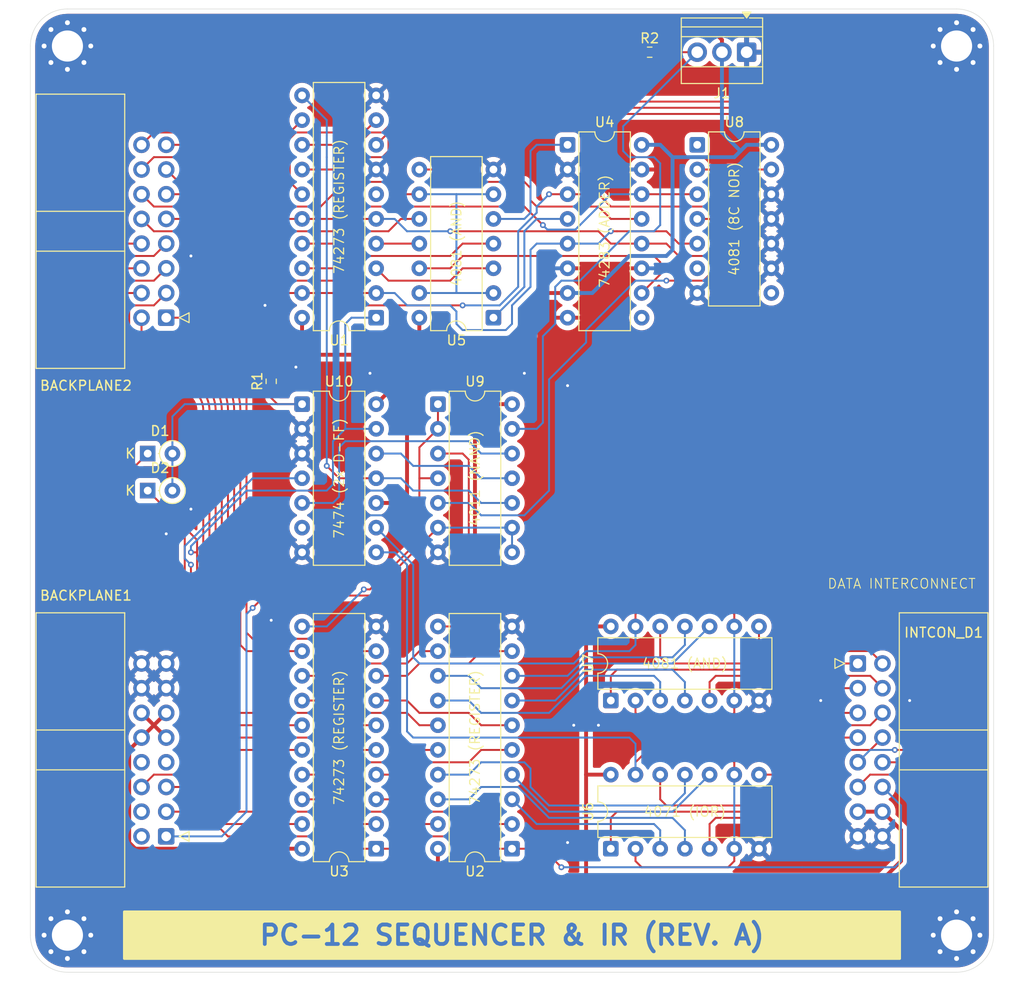
<source format=kicad_pcb>
(kicad_pcb (version 20241229) (generator "pcbnew") (generator_version "9.0")
  (title_block (title "Dual 8-Bit Register Unit") (date "2025-02-13") (rev "PC-01-A"))
  (layers (0 "F.Cu" signal) (2 "B.Cu" signal) (13 "F.Paste" user) (15 "B.Paste" user) (5 "F.SilkS" user "F.Silkscreen") (7 "B.SilkS" user "B.Silkscreen") (1 "F.Mask" user) (3 "B.Mask" user) (25 "Edge.Cuts" user))
  (net 0 "")
  (net 3 "/data3")
  (net 4 "GND")
  (net 5 "/data2")
  (net 6 "/data6")
  (net 7 "/data5")
  (net 8 "/data7")
  (net 9 "VCC")
  (net 10 "/data4")
  (net 11 "/data0")
  (net 12 "/data1")
  (net 13 "/~{enint}")
  (net 14 "/~{disint}")
  (net 15 "/cmd_4")
  (net 16 "/continue")
  (net 17 "/flag_z")
  (net 18 "/step_0")
  (net 19 "/step_3")
  (net 20 "/cmd_3")
  (net 21 "/step_2")
  (net 22 "/cmd_6")
  (net 23 "/cmd_7")
  (net 24 "/cmd_5")
  (net 25 "/flag_c")
  (net 26 "/flag_s")
  (net 27 "/cmd_0")
  (net 28 "/cmd_2")
  (net 29 "/step_1")
  (net 30 "/cmd_1")
  (net 31 "/F_{sign}")
  (net 32 "/F_{zero}")
  (net 33 "/F_{carry}")
  (net 34 "Net-(U1-D1)")
  (net 35 "Net-(U1-D0)")
  (net 36 "Net-(U2-Q3)")
  (net 37 "Net-(U2-Q0)")
  (net 38 "Net-(U2-Q5)")
  (net 39 "Net-(U2-Q6)")
  (net 40 "Net-(U2-Q2)")
  (net 41 "Net-(U2-Q4)")
  (net 42 "Net-(U2-Q1)")
  (net 43 "Net-(U4-S4)")
  (net 44 "Net-(U4-S1)")
  (net 45 "Net-(U4-S3)")
  (net 46 "Net-(U4-S2)")
  (net 48 "~{reset}")
  (net 49 "~{clock}")
  (net 50 "clock")
  (net 51 "Net-(D1-A)")
  (net 52 "Net-(U2-D3)")
  (net 53 "Net-(U2-D2)")
  (net 54 "Net-(U2-D1)")
  (net 55 "Net-(U2-D0)")
  (net 56 "Net-(U2-D5)")
  (net 57 "Net-(U2-D4)")
  (net 58 "/interrupt_unit/fetch")
  (net 59 "/interrupt_unit/~{fetch}")
  (net 60 "/interrupt_unit/interrupt")
  (net 61 "/interrupt_unit/~{interrupt}")
  (net 65 "/interrupt_unit/load_step")
  (net 67 "/interrupt_unit/~{interrupt_request}")
  (net 68 "Net-(U10B-D)")
  (net 69 "/interrupt_unit/interrupt_allowed")
  (net 71 "Net-(U2-D6)")
  (net 72 "Net-(U2-D7)")
  (net 73 "Net-(U2-Q7)")
  (net 75 "Net-(U1-D7)")
  (net 76 "Net-(U1-D6)")
  (footprint "Package_DIP:DIP-14_W7.62mm" (layer "F.Cu") (at 109.22 36.83)
    (property "Reference" "U8")
    (property "Value" "4078")
  )
  (footprint "Resistor_SMD:R_0603_1608Metric" (layer "F.Cu") (at 104.33 27.305)
    (property "Reference" "R2")
    (property "Value" "R")
  )
  (footprint "Connector_IDC:IDC-Header_2x08_P2.54mm_Horizontal" (layer "F.Cu") (at 54.61 54.61 180)
    (property "Reference" "BACKPLANE2")
    (property "Value" "Conn_01x16")
  )
  (footprint "Diode_THT:D_DO-35_SOD27_P2.54mm_Vertical_KathodeUp" (layer "F.Cu") (at 52.705 72.39)
    (property "Reference" "D2")
    (property "Value" "D")
  )
  (footprint "MountingHole:MountingHole_3.2mm_M3_Pad_Via" (layer "F.Cu") (at 135.89 118.11)
    (property "Reference" "H3" (hide yes))
    (property "Value" "MountingHole_Pad")
  )
  (footprint "TerminalBlock:TerminalBlock_Xinya_XY308-2.54-3P_1x03_P2.54mm_Horizontal" (layer "F.Cu") (at 114.3 27.305 180)
    (property "Reference" "J1")
    (property "Value" "Screw_Terminal_01x03")
  )
  (footprint "Package_DIP:DIP-14_W7.62mm" (layer "F.Cu") (at 100.33 93.98 90)
    (property "Reference" "U7")
    (property "Value" "4081")
  )
  (footprint "Package_DIP:DIP-14_W7.62mm" (layer "F.Cu") (at 88.26 54.61 180)
    (property "Reference" "U5")
    (property "Value" "4081")
  )
  (footprint "Package_DIP:DIP-16_W7.62mm" (layer "F.Cu") (at 95.885 36.83)
    (property "Reference" "U4")
    (property "Value" "74LS283")
  )
  (footprint "Connector_IDC:IDC-Header_2x08_P2.54mm_Horizontal" (layer "F.Cu") (at 54.61 107.95 180)
    (property "Reference" "BACKPLANE1")
    (property "Value" "Conn_01x16")
  )
  (footprint "Package_DIP:DIP-14_W7.62mm" (layer "F.Cu") (at 82.555 63.5)
    (property "Reference" "U9")
    (property "Value" "4011")
  )
  (footprint "Package_DIP:DIP-14_W7.62mm" (layer "F.Cu") (at 100.33 109.22 90)
    (property "Reference" "U6")
    (property "Value" "4071")
  )
  (footprint "Package_DIP:DIP-20_W7.62mm" (layer "F.Cu") (at 76.2 54.61 180)
    (property "Reference" "U1")
    (property "Value" "74HC273")
  )
  (footprint "Diode_THT:D_DO-35_SOD27_P2.54mm_Vertical_KathodeUp" (layer "F.Cu") (at 52.705 68.58)
    (property "Reference" "D1")
    (property "Value" "D")
  )
  (footprint "MountingHole:MountingHole_3.2mm_M3_Pad_Via" (layer "F.Cu") (at 44.45 26.67)
    (property "Reference" "H1" (hide yes))
    (property "Value" "MountingHole_Pad")
  )
  (footprint "Resistor_SMD:R_0603_1608Metric" (layer "F.Cu") (at 65.405 61.15 90)
    (property "Reference" "R1")
    (property "Value" "R")
  )
  (footprint "Connector_IDC:IDC-Header_2x08_P2.54mm_Horizontal" (layer "F.Cu") (at 125.73 90.17)
    (property "Reference" "INTCON_D1")
    (property "Value" "Conn_01x16")
  )
  (footprint "MountingHole:MountingHole_3.2mm_M3_Pad_Via" (layer "F.Cu") (at 135.89 26.67)
    (property "Reference" "H2" (hide yes))
    (property "Value" "MountingHole_Pad")
  )
  (footprint "MountingHole:MountingHole_3.2mm_M3_Pad_Via" (layer "F.Cu") (at 44.45 118.11)
    (property "Reference" "H4" (hide yes))
    (property "Value" "MountingHole_Pad")
  )
  (footprint "Package_DIP:DIP-14_W7.62mm" (layer "F.Cu") (at 68.58 63.5)
    (property "Reference" "U10")
    (property "Value" "74HC74")
  )
  (footprint "Package_DIP:DIP-20_W7.62mm" (layer "F.Cu") (at 76.2 109.22 180)
    (property "Reference" "U3")
    (property "Value" "74HC273")
  )
  (footprint "Package_DIP:DIP-20_W7.62mm" (layer "F.Cu") (at 90.17 109.22 180)
    (property "Reference" "U2")
    (property "Value" "74HC273")
  )
  (gr_arc (start 123.825 33.02) (mid 130.111179 35.623821) (end 132.715 41.91) (stroke (width 0.2)) (layer "F.Cu") (net 32))
  (gr_arc (start 132.08 97.79) (mid 131.708026 98.688026) (end 130.81 99.06) (stroke (width 0.2)) (layer "F.Cu") (net 33))
  (gr_arc (start 133.35 97.79) (mid 132.234077 100.484077) (end 129.54 101.6) (stroke (width 0.2)) (layer "F.Cu") (net 31))
  (gr_arc (start 52.705 60.325) (mid 50.010923 59.209077) (end 48.895 56.515) (stroke (width 0.2)) (layer "F.Cu") (net 24))
  (gr_arc (start 50.165 52.705) (mid 50.350987 52.255987) (end 50.8 52.07) (stroke (width 0.2)) (layer "F.Cu") (net 20))
  (gr_arc (start 52.705 59.055) (mid 50.908949 58.311051) (end 50.165 56.515) (stroke (width 0.2)) (layer "F.Cu") (net 20))
  (gr_arc (start 49.53 52.07) (mid 49.901974 51.171974) (end 50.8 50.8) (stroke (width 0.2)) (layer "F.Cu") (net 15))
  (gr_arc (start 52.705 61.595) (mid 49.112898 60.107102) (end 47.625 56.515) (stroke (width 0.2)) (layer "F.Cu") (net 23))
  (gr_arc (start 48.26 50.8) (mid 49.003949 49.003949) (end 50.8 48.26) (stroke (width 0.2)) (layer "F.Cu") (net 22))
  (gr_arc (start 56.515 54.61) (mid 61.005128 56.469872) (end 62.865 60.96) (stroke (width 0.2)) (layer "F.Cu") (net 27))
  (gr_arc (start 55.88 60.325) (mid 58.574077 61.440923) (end 59.69 64.135) (stroke (width 0.2)) (layer "F.Cu") (net 24))
  (gr_arc (start 53.34 57.785) (mid 52.441974 57.413026) (end 52.07 56.515) (stroke (width 0.2)) (layer "F.Cu") (net 30))
  (gr_arc (start 55.88 59.055) (mid 59.472102 60.542898) (end 60.96 64.135) (stroke (width 0.2)) (layer "F.Cu") (net 20))
  (gr_arc (start 132.715 97.79) (mid 131.971051 99.586051) (end 130.175 100.33) (stroke (width 0.2)) (layer "F.Cu") (net 32))
  (gr_arc (start 55.88 59.69) (mid 59.02309 60.99191) (end 60.325 64.135) (stroke (width 0.2)) (layer "F.Cu") (net 15))
  (gr_arc (start 48.895 51.435) (mid 49.452962 50.087962) (end 50.8 49.53) (stroke (width 0.2)) (layer "F.Cu") (net 24))
  (gr_arc (start 123.825 33.655) (mid 129.662166 36.072834) (end 132.08 41.91) (stroke (width 0.2)) (layer "F.Cu") (net 33))
  (gr_arc (start 55.88 57.785) (mid 60.370128 59.644872) (end 62.23 64.135) (stroke (width 0.2)) (layer "F.Cu") (net 30))
  (gr_arc (start 52.705 59.69) (mid 50.459936 58.760064) (end 49.53 56.515) (stroke (width 0.2)) (layer "F.Cu") (net 15))
  (gr_arc (start 55.88 61.595) (mid 57.676051 62.338949) (end 58.42 64.135) (stroke (width 0.2)) (layer "F.Cu") (net 23))
  (gr_arc (start 55.88 58.42) (mid 59.921115 60.093885) (end 61.595 64.135) (stroke (width 0.2)) (layer "F.Cu") (net 28))
  (gr_arc (start 50.8 53.975) (mid 50.985987 53.525987) (end 51.435 53.34) (stroke (width 0.2)) (layer "F.Cu") (net 28))
  (gr_arc (start 123.825 32.385) (mid 130.560192 35.174808) (end 133.35 41.91) (stroke (width 0.2)) (layer "F.Cu") (net 31))
  (gr_arc (start 52.705 58.42) (mid 51.357962 57.862038) (end 50.8 56.515) (stroke (width 0.2)) (layer "F.Cu") (net 28))
  (gr_arc (start 52.705 60.96) (mid 49.56191 59.65809) (end 48.26 56.515) (stroke (width 0.2)) (layer "F.Cu") (net 22))
  (gr_arc (start 47.625 50.165) (mid 48.554936 47.919936) (end 50.8 46.99) (stroke (width 0.2)) (layer "F.Cu") (net 23))
  (gr_arc (start 55.88 60.96) (mid 58.125064 61.889936) (end 59.055 64.135) (stroke (width 0.2)) (layer "F.Cu") (net 22))
  (gr_line (start 139.7 26.67) (end 139.7 118.11) (stroke (width 0.05)) (layer "Edge.Cuts"))
  (gr_arc (start 135.89 22.86) (mid 138.584077 23.975923) (end 139.7 26.67) (stroke (width 0.05)) (layer "Edge.Cuts"))
  (gr_line (start 40.64 118.11) (end 40.64 26.67) (stroke (width 0.05)) (layer "Edge.Cuts"))
  (gr_line (start 44.45 22.86) (end 135.89 22.86) (stroke (width 0.05)) (layer "Edge.Cuts"))
  (gr_line (start 135.89 121.92) (end 44.45 121.92) (stroke (width 0.05)) (layer "Edge.Cuts"))
  (gr_arc (start 44.45 121.92) (mid 41.755923 120.804077) (end 40.64 118.11) (stroke (width 0.05)) (layer "Edge.Cuts"))
  (gr_arc (start 139.7 118.11) (mid 138.584077 120.804077) (end 135.89 121.92) (stroke (width 0.05)) (layer "Edge.Cuts"))
  (gr_arc (start 40.64 26.67) (mid 41.755923 23.975923) (end 44.45 22.86) (stroke (width 0.05)) (layer "Edge.Cuts"))
  (gr_text "74273 (REGISTER)" (at 86.36 97.79 90) (layer "F.SilkS") (effects (font (size 1 1) (thickness 0.125))))
  (gr_text "4011 (NAND)" (at 86.36 71.12 90) (layer "F.SilkS") (effects (font (size 1 1) (thickness 0.125))))
  (gr_text "4081 (AND)" (at 84.455 46.99 90) (layer "F.SilkS") (effects (font (size 1 1) (thickness 0.125))))
  (gr_text "DATA INTERCONNECT" (at 122.555 82.55 0) (layer "F.SilkS") (effects (font (size 1 1) (thickness 0.1)) (justify left bottom)))
  (gr_text "7474 (2x D-FF)" (at 72.39 71.12 90) (layer "F.SilkS") (effects (font (size 1 1) (thickness 0.125))))
  (gr_text "4071 (IOR)" (at 107.95 105.41 0) (layer "F.SilkS") (effects (font (size 1 1) (thickness 0.125))))
  (gr_text "74283 (ADDER)" (at 99.695 45.72 90) (layer "F.SilkS") (effects (font (size 1 1) (thickness 0.125))))
  (gr_text "4081 (8C NOR)" (at 113.03 44.45 90) (layer "F.SilkS") (effects (font (size 1 1) (thickness 0.125))))
  (gr_text "74273 (REGISTER)" (at 72.39 97.79 90) (layer "F.SilkS") (effects (font (size 1 1) (thickness 0.125))))
  (gr_text "74273 (REGISTER)" (at 72.39 43.18 90) (layer "F.SilkS") (effects (font (size 1 1) (thickness 0.125))))
  (gr_text "4081 (AND)" (at 107.95 90.17 0) (layer "F.SilkS") (effects (font (size 1 1) (thickness 0.125))))
  (gr_text "PC-12 SEQUENCER & IR (REV. A)" (at 90.17 118.11 0) (layer "F.SilkS" knockout) (effects (font (size 2 2) (thickness 0.4) (bold yes))))
  (segment (start 124.46 91.44) (end 123.825 90.805) (width 0.2) (layer "F.Cu") (net 3))
  (segment (start 100.965 90.805) (end 100.33 91.44) (width 0.2) (layer "F.Cu") (net 3))
  (segment (start 123.825 90.805) (end 100.965 90.805) (width 0.2) (layer "F.Cu") (net 3))
  (segment (start 128.2875 92.71) (end 127.0175 91.44) (width 0.2) (layer "F.Cu") (net 3))
  (segment (start 127.0175 91.44) (end 124.46 91.44) (width 0.2) (layer "F.Cu") (net 3))
  (segment (start 100.33 91.44) (end 100.33 93.98) (width 0.2) (layer "F.Cu") (net 3))
  (segment (start 95.885 54.61) (end 93.345 54.61) (width 0.4) (layer "F.Cu") (net 4))
  (segment (start 103.505 39.37) (end 106.045 39.37) (width 0.4) (layer "F.Cu") (net 4))
  (segment (start 95.885 54.61) (end 97.79 54.61) (width 0.4) (layer "F.Cu") (net 4))
  (segment (start 106.045 39.37) (end 100.965 39.37) (width 0.4) (layer "F.Cu") (net 4))
  (segment (start 103.505 49.53) (end 95.885 49.53) (width 0.4) (layer "F.Cu") (net 4))
  (via (at 75.565 60.325) (size 0.6) (drill 0.3) (layers "F.Cu" "B.Cu") (net 4))
  (via (at 57.15 74.295) (size 0.6) (drill 0.3) (layers "F.Cu" "B.Cu") (net 4))
  (via (at 67.945 59.69) (size 0.6) (drill 0.3) (layers "F.Cu" "B.Cu") (net 4))
  (via (at 121.92 93.98) (size 0.6) (drill 0.3) (layers "F.Cu" "B.Cu") (net 4))
  (via (at 54.61 76.835) (size 0.6) (drill 0.3) (layers "F.Cu" "B.Cu") (net 4))
  (via (at 95.885 108.585) (size 0.6) (drill 0.3) (layers "F.Cu" "B.Cu") (net 4))
  (via (at 95.885 61.595) (size 0.6) (drill 0.3) (layers "F.Cu" "B.Cu") (net 4))
  (via (at 64.77 53.34) (size 0.6) (drill 0.3) (layers "F.Cu" "B.Cu") (net 4))
  (via (at 96.52 96.52) (size 0.6) (drill 0.3) (layers "F.Cu" "B.Cu") (net 4))
  (via (at 91.44 60.325) (size 0.6) (drill 0.3) (layers "F.Cu" "B.Cu") (net 4))
  (via (at 131.064 93.98) (size 0.6) (drill 0.3) (layers "F.Cu" "B.Cu") (net 4))
  (via (at 57.15 48.26) (size 0.6) (drill 0.3) (layers "F.Cu" "B.Cu") (net 4))
  (via (at 65.405 85.725) (size 0.6) (drill 0.3) (layers "F.Cu" "B.Cu") (net 4))
  (via (at 99.06 96.52) (size 0.6) (drill 0.3) (layers "F.Cu" "B.Cu") (net 4))
  (segment (start 95.885 49.53) (end 93.345 49.53) (width 0.4) (layer "B.Cu") (net 4))
  (segment (start 103.505 39.37) (end 100.965 39.37) (width 0.4) (layer "B.Cu") (net 4))
  (segment (start 103.505 49.53) (end 106.045 49.53) (width 0.4) (layer "B.Cu") (net 4))
  (segment (start 77.47 72.39) (end 73.66 72.39) (width 0.2) (layer "B.Cu") (net 4))
  (segment (start 74.295 74.93) (end 78.105 74.93) (width 0.2) (layer "B.Cu") (net 4))
  (segment (start 122.555 91.44) (end 111.125 91.44) (width 0.2) (layer "F.Cu") (net 5))
  (segment (start 125.7475 92.71) (end 123.825 92.71) (width 0.2) (layer "F.Cu") (net 5))
  (segment (start 110.49 92.075) (end 110.49 93.98) (width 0.2) (layer "F.Cu") (net 5))
  (segment (start 111.125 91.44) (end 110.49 92.075) (width 0.2) (layer "F.Cu") (net 5))
  (segment (start 123.825 92.71) (end 122.555 91.44) (width 0.2) (layer "F.Cu") (net 5))
  (segment (start 118.11 105.41) (end 100.965 105.41) (width 0.2) (layer "F.Cu") (net 6))
  (segment (start 119.38 100.965) (end 119.38 104.14) (width 0.2) (layer "F.Cu") (net 6))
  (segment (start 100.965 105.41) (end 100.33 106.045) (width 0.2) (layer "F.Cu") (net 6))
  (segment (start 125.7475 97.79) (end 122.555 97.79) (width 0.2) (layer "F.Cu") (net 6))
  (segment (start 100.33 106.045) (end 100.33 109.22) (width 0.2) (layer "F.Cu") (net 6))
  (segment (start 122.555 97.79) (end 119.38 100.965) (width 0.2) (layer "F.Cu") (net 6))
  (segment (start 119.38 104.14) (end 118.11 105.41) (width 0.2) (layer "F.Cu") (net 6))
  (segment (start 123.19 96.52) (end 118.745 100.965) (width 0.2) (layer "F.Cu") (net 7))
  (segment (start 127.0175 96.52) (end 123.19 96.52) (width 0.2) (layer "F.Cu") (net 7))
  (segment (start 105.41 104.14) (end 105.41 101.6) (width 0.2) (layer "F.Cu") (net 7))
  (segment (start 118.745 104.14) (end 118.11 104.775) (width 0.2) (layer "F.Cu") (net 7))
  (segment (start 106.045 104.775) (end 105.41 104.14) (width 0.2) (layer "F.Cu") (net 7))
  (segment (start 118.745 100.965) (end 118.745 104.14) (width 0.2) (layer "F.Cu") (net 7))
  (segment (start 118.11 104.775) (end 106.045 104.775) (width 0.2) (layer "F.Cu") (net 7))
  (segment (start 128.2875 95.25) (end 127.0175 96.52) (width 0.2) (layer "F.Cu") (net 7))
  (segment (start 120.015 100.965) (end 120.015 104.14) (width 0.2) (layer "F.Cu") (net 8))
  (segment (start 111.125 106.045) (end 110.49 106.68) (width 0.2) (layer "F.Cu") (net 8))
  (segment (start 121.92 99.06) (end 120.015 100.965) (width 0.2) (layer "F.Cu") (net 8))
  (segment (start 128.2875 97.79) (end 127.0175 99.06) (width 0.2) (layer "F.Cu") (net 8))
  (segment (start 110.49 106.68) (end 110.49 109.22) (width 0.2) (layer "F.Cu") (net 8))
  (segment (start 127.0175 99.06) (end 121.92 99.06) (width 0.2) (layer "F.Cu") (net 8))
  (segment (start 118.11 106.045) (end 111.125 106.045) (width 0.2) (layer "F.Cu") (net 8))
  (segment (start 120.015 104.14) (end 118.11 106.045) (width 0.2) (layer "F.Cu") (net 8))
  (segment (start 86.36 59.055) (end 80.64 59.055) (width 0.4) (layer "F.Cu") (net 9))
  (segment (start 54.61 95.25) (end 53.34 96.52) (width 0.4) (layer "F.Cu") (net 9))
  (segment (start 68.58 109.22) (end 66.04 109.22) (width 0.4) (layer "F.Cu") (net 9))
  (segment (start 100.33 86.36) (end 97.79 86.36) (width 0.4) (layer "F.Cu") (net 9))
  (segment (start 86.36 63.5) (end 86.36 59.055) (width 0.4) (layer "F.Cu") (net 9))
  (segment (start 130.175 110.49) (end 130.175 107.2975) (width 0.4) (layer "F.Cu") (net 9))
  (segment (start 50.8 99.06) (end 50.8 108.585) (width 0.4) (layer "F.Cu") (net 9))
  (segment (start 65.0875 110.1725) (end 64.135 109.22) (width 0.4) (layer "F.Cu") (net 9))
  (segment (start 86.36 79.375) (end 86.36 63.5) (width 0.4) (layer "F.Cu") (net 9))
  (segment (start 111.125 25.4) (end 104.14 25.4) (width 0.4) (layer "F.Cu") (net 9))
  (segment (start 68.58 112.395) (end 67.31 112.395) (width 0.4) (layer "F.Cu") (net 9))
  (segment (start 103.505 26.035) (end 104.14 25.4) (width 0.4) (layer "F.Cu") (net 9))
  (segment (start 79.0575 60.6425) (end 77.7875 61.9125) (width 0.4) (layer "F.Cu") (net 9))
  (segment (start 93.345 52.07) (end 92.075 53.34) (width 0.4) (layer "F.Cu") (net 9))
  (segment (start 53.34 96.52) (end 52.07 97.79) (width 0.4) (layer "F.Cu") (net 9))
  (segment (start 68.58 54.61) (end 68.58 57.15) (width 0.4) (layer "F.Cu") (net 9))
  (segment (start 97.79 86.36) (end 97.79 101.6) (width 0.4) (layer "F.Cu") (net 9))
  (segment (start 128.2875 105.41) (end 125.7475 105.41) (width 0.4) (layer "F.Cu") (net 9))
  (segment (start 97.79 112.395) (end 128.27 112.395) (width 0.4) (layer "F.Cu") (net 9))
  (segment (start 95.25 80.645) (end 97.79 83.185) (width 0.4) (layer "F.Cu") (net 9))
  (segment (start 130.175 107.2975) (end 128.2875 105.41) (width 0.4) (layer "F.Cu") (net 9))
  (segment (start 82.55 112.395) (end 68.58 112.395) (width 0.4) (layer "F.Cu") (net 9))
  (segment (start 80.64 59.06) (end 79.0575 60.6425) (width 0.4) (layer "F.Cu") (net 9))
  (segment (start 87.63 80.645) (end 95.25 80.645) (width 0.4) (layer "F.Cu") (net 9))
  (segment (start 64.135 109.22) (end 51.435 109.22) (width 0.4) (layer "F.Cu") (net 9))
  (segment (start 78.74 73.66) (end 79.375 73.025) (width 0.4) (layer "F.Cu") (net 9))
  (segment (start 97.79 86.36) (end 97.79 83.185) (width 0.4) (layer "F.Cu") (net 9))
  (segment (start 87.63 80.645) (end 86.36 79.375) (width 0.4) (layer "F.Cu") (net 9))
  (segment (start 77.7875 61.9125) (end 76.2 63.5) (width 0.4) (layer "F.Cu") (net 9))
  (segment (start 66.04 57.15) (end 65.405 57.785) (width 0.4) (layer "F.Cu") (net 9))
  (segment (start 82.55 112.395) (end 97.79 112.395) (width 0.4) (layer "F.Cu") (net 9))
  (segment (start 52.07 95.25) (end 53.34 96.52) (width 0.4) (layer "F.Cu") (net 9))
  (segment (start 97.79 101.6) (end 100.33 101.6) (width 0.4) (layer "F.Cu") (net 9))
  (segment (start 79.375 73.025) (end 79.375 63.5) (width 0.4) (layer "F.Cu") (net 9))
  (segment (start 92.075 56.515) (end 89.535 59.055) (width 0.4) (layer "F.Cu") (net 9))
  (segment (start 50.8 108.585) (end 51.435 109.22) (width 0.4) (layer "F.Cu") (net 9))
  (segment (start 65.405 57.785) (end 65.405 60.325) (width 0.4) (layer "F.Cu") (net 9))
  (segment (start 79.375 63.5) (end 77.7875 61.9125) (width 0.4) (layer "F.Cu") (net 9))
  (segment (start 111.76 27.305) (end 111.76 26.035) (width 0.4) (layer "F.Cu") (net 9))
  (segment (start 128.27 112.395) (end 130.175 110.49) (width 0.4) (layer "F.Cu") (net 9))
  (segment (start 97.79 112.395) (end 97.79 101.6) (width 0.4) (layer "F.Cu") (net 9))
  (segment (start 92.075 53.34) (end 92.075 56.515) (width 0.4) (layer "F.Cu") (net 9))
  (segment (start 76.2 73.66) (end 78.74 73.66) (width 0.4) (layer "F.Cu") (net 9))
  (segment (start 80.64 59.055) (end 80.64 59.06) (width 0.4) (layer "F.Cu") (net 9))
  (segment (start 90.175 63.5) (end 86.36 63.5) (width 0.4) (layer "F.Cu") (net 9))
  (segment (start 69.85 58.42) (end 76.835 58.42) (width 0.4) (layer "F.Cu") (net 9))
  (segment (start 80.64 54.61) (end 80.64 59.055) (width 0.4) (layer "F.Cu") (net 9))
  (segment (start 53.34 96.52) (end 54.61 97.79) (width 0.4) (layer "F.Cu") (net 9))
  (segment (start 82.55 109.22) (end 82.55 112.395) (width 0.4) (layer "F.Cu") (net 9))
  (segment (start 95.885 52.07) (end 93.345 52.07) (width 0.4) (layer "F.Cu") (net 9))
  (segment (start 68.58 57.15) (end 69.85 58.42) (width 0.4) (layer "F.Cu") (net 9))
  (segment (start 68.58 57.15) (end 66.04 57.15) (width 0.4) (layer "F.Cu") (net 9))
  (segment (start 103.505 26.035) (end 103.505 27.305) (width 0.4) (layer "F.Cu") (net 9))
  (segment (start 67.31 112.395) (end 65.0875 110.1725) (width 0.4) (layer "F.Cu") (net 9))
  (segment (start 89.535 59.055) (end 86.36 59.055) (width 0.4) (layer "F.Cu") (net 9))
  (segment (start 52.07 97.79) (end 50.8 99.06) (width 0.4) (layer "F.Cu") (net 9))
  (segment (start 66.04 109.22) (end 65.0875 110.1725) (width 0.4) (layer "F.Cu") (net 9))
  (segment (start 111.76 26.035) (end 111.125 25.4) (width 0.4) (layer "F.Cu") (net 9))
  (segment (start 76.835 58.42) (end 79.0575 60.6425) (width 0.4) (layer "F.Cu") (net 9))
  (segment (start 98.425 52.07) (end 95.885 52.07) (width 0.4) (layer "B.Cu") (net 9))
  (segment (start 114.3 36.83) (end 116.84 36.83) (width 0.4) (layer "B.Cu") (net 9))
  (segment (start 113.03 38.1) (end 113.665 37.465) (width 0.4) (layer "B.Cu") (net 9))
  (segment (start 102.235 48.26) (end 98.425 52.07) (width 0.4) (layer "B.Cu") (net 9))
  (segment (start 106.68 38.1) (end 106.68 47.625) (width 0.4) (layer "B.Cu") (net 9))
  (segment (start 106.68 38.1) (end 113.03 38.1) (width 0.4) (layer "B.Cu") (net 9))
  (segment (start 103.505 36.83) (end 105.41 36.83) (width 0.4) (layer "B.Cu") (net 9))
  (segment (start 111.76 27.305) (end 111.76 35.56) (width 0.4) (layer "B.Cu") (net 9))
  (segment (start 113.665 37.465) (end 114.3 36.83) (width 0.4) (layer "B.Cu") (net 9))
  (segment (start 106.045 48.26) (end 102.235 48.26) (width 0.4) (layer "B.Cu") (net 9))
  (segment (start 105.41 36.83) (end 106.68 38.1) (width 0.4) (layer "B.Cu") (net 9))
  (segment (start 106.68 47.625) (end 106.045 48.26) (width 0.4) (layer "B.Cu") (net 9))
  (segment (start 111.76 35.56) (end 113.665 37.465) (width 0.4) (layer "B.Cu") (net 9))
  (segment (start 125.7475 95.25) (end 123.825 95.25) (width 0.2) (layer "F.Cu") (net 10))
  (segment (start 117.475 101.6) (end 115.57 101.6) (width 0.2) (layer "F.Cu") (net 10))
  (segment (start 123.825 95.25) (end 117.475 101.6) (width 0.2) (layer "F.Cu") (net 10))
  (segment (start 125.7475 90.17) (end 106.045 90.17) (width 0.2) (layer "F.Cu") (net 11))
  (segment (start 106.045 90.17) (end 105.41 89.535) (width 0.2) (layer "F.Cu") (net 11))
  (segment (start 105.41 89.535) (end 105.41 86.36) (width 0.2) (layer "F.Cu") (net 11))
  (segment (start 127.00875 88.89125) (end 128.2875 90.17) (width 0.2) (layer "F.Cu") (net 12))
  (segment (start 123.825 89.535) (end 124.46875 88.89125) (width 0.2) (layer "F.Cu") (net 12))
  (segment (start 115.57 88.9) (end 116.205 89.535) (width 0.2) (layer "F.Cu") (net 12))
  (segment (start 124.46875 88.89125) (end 127.00875 88.89125) (width 0.2) (layer "F.Cu") (net 12))
  (segment (start 116.205 89.535) (end 123.825 89.535) (width 0.2) (layer "F.Cu") (net 12))
  (segment (start 115.57 86.36) (end 115.57 88.9) (width 0.2) (layer "F.Cu") (net 12))
  (segment (start 56.515 102.87) (end 54.61 102.87) (width 0.2) (layer "F.Cu") (net 13))
  (segment (start 57.15 102.235) (end 56.515 102.87) (width 0.2) (layer "F.Cu") (net 13))
  (segment (start 57.15 80.01) (end 57.15 102.235) (width 0.2) (layer "F.Cu") (net 13))
  (via (at 57.15 80.01) (size 0.6) (drill 0.3) (layers "F.Cu" "B.Cu") (net 13))
  (segment (start 56.515 79.375) (end 56.515 78.105) (width 0.2) (layer "B.Cu") (net 13))
  (segment (start 56.515 78.105) (end 63.5 71.12) (width 0.2) (layer "B.Cu") (net 13))
  (segment (start 63.5 71.12) (end 68.58 71.12) (width 0.2) (layer "B.Cu") (net 13))
  (segment (start 57.15 80.01) (end 56.515 79.375) (width 0.2) (layer "B.Cu") (net 13))
  (segment (start 50.8 73.025) (end 52.705 74.93) (width 0.2) (layer "F.Cu") (net 14))
  (segment (start 52.705 74.93) (end 54.61 74.93) (width 0.2) (layer "F.Cu") (net 14))
  (segment (start 53.34 101.6) (end 52.07 102.87) (width 0.2) (layer "F.Cu") (net 14))
  (segment (start 52.705 68.58) (end 50.8 70.485) (width 0.2) (layer "F.Cu") (net 14))
  (segment (start 50.8 70.485) (end 50.8 73.025) (width 0.2) (layer "F.Cu") (net 14))
  (segment (start 54.61 74.93) (end 56.515 76.835) (width 0.2) (layer "F.Cu") (net 14))
  (segment (start 56.515 76.835) (end 56.515 100.965) (width 0.2) (layer "F.Cu") (net 14))
  (segment (start 56.515 100.965) (end 55.88 101.6) (width 0.2) (layer "F.Cu") (net 14))
  (segment (start 55.88 101.6) (end 53.34 101.6) (width 0.2) (layer "F.Cu") (net 14))
  (segment (start 53.34 50.8) (end 54.61 49.53) (width 0.2) (layer "F.Cu") (net 15))
  (segment (start 76.2 99.06) (end 73.025 99.06) (width 0.2) (layer "F.Cu") (net 15))
  (segment (start 50.8 50.8) (end 53.34 50.8) (width 0.2) (layer "F.Cu") (net 15))
  (segment (start 60.325 97.155) (end 60.325 64.135) (width 0.2) (layer "F.Cu") (net 15))
  (segment (start 73.025 99.06) (end 71.755 97.79) (width 0.2) (layer "F.Cu") (net 15))
  (segment (start 55.88 59.69) (end 52.705 59.69) (width 0.2) (layer "F.Cu") (net 15))
  (segment (start 49.53 56.515) (end 49.53 52.07) (width 0.2) (layer "F.Cu") (net 15))
  (segment (start 60.96 97.79) (end 60.325 97.155) (width 0.2) (layer "F.Cu") (net 15))
  (segment (start 71.755 97.79) (end 60.96 97.79) (width 0.2) (layer "F.Cu") (net 15))
  (segment (start 78.74 41.91) (end 77.47 40.64) (width 0.2) (layer "F.Cu") (net 16))
  (segment (start 58.42 43.18) (end 54.61 39.37) (width 0.2) (layer "F.Cu") (net 16))
  (segment (start 70.485 43.18) (end 58.42 43.18) (width 0.2) (layer "F.Cu") (net 16))
  (segment (start 80.64 41.91) (end 78.74 41.91) (width 0.2) (layer "F.Cu") (net 16))
  (segment (start 73.025 40.64) (end 70.485 43.18) (width 0.2) (layer "F.Cu") (net 16))
  (segment (start 77.47 40.64) (end 73.025 40.64) (width 0.2) (layer "F.Cu") (net 16))
  (segment (start 88.26 52.07) (end 84.455 52.07) (width 0.2) (layer "B.Cu") (net 16))
  (segment (start 84.455 52.07) (end 80.64 52.07) (width 0.2) (layer "B.Cu") (net 16))
  (segment (start 84.455 41.91) (end 84.455 52.07) (width 0.2) (layer "B.Cu") (net 16))
  (segment (start 88.26 41.91) (end 84.455 41.91) (width 0.2) (layer "B.Cu") (net 16))
  (segment (start 84.455 41.91) (end 80.64 41.91) (width 0.2) (layer "B.Cu") (net 16))
  (segment (start 66.675 36.83) (end 67.945 35.56) (width 0.2) (layer "F.Cu") (net 17))
  (segment (start 67.945 35.56) (end 74.93 35.56) (width 0.2) (layer "F.Cu") (net 17))
  (segment (start 54.61 36.83) (end 66.675 36.83) (width 0.2) (layer "F.Cu") (net 17))
  (segment (start 74.93 35.56) (end 76.2 34.29) (width 0.2) (layer "F.Cu") (net 17))
  (segment (start 76.2 52.07) (end 73.025 52.07) (width 0.2) (layer "F.Cu") (net 18))
  (segment (start 71.755 50.8) (end 60.325 50.8) (width 0.2) (layer "F.Cu") (net 18))
  (segment (start 57.785 44.45) (end 59.69 46.355) (width 0.2) (layer "F.Cu") (net 18))
  (segment (start 60.325 50.8) (end 59.69 50.165) (width 0.2) (layer "F.Cu") (net 18))
  (segment (start 73.025 52.07) (end 71.755 50.8) (width 0.2) (layer "F.Cu") (net 18))
  (segment (start 57.785 44.45) (end 54.61 44.45) (width 0.2) (layer "F.Cu") (net 18))
  (segment (start 100.33 45.72) (end 100.965 45.72) (width 0.2) (layer "F.Cu") (net 18))
  (segment (start 106.045 45.72) (end 107.315 46.99) (width 0.2) (layer "F.Cu") (net 18))
  (segment (start 100.965 45.72) (end 106.045 45.72) (width 0.2) (layer "F.Cu") (net 18))
  (segment (start 59.69 50.165) (end 59.69 46.355) (width 0.2) (layer "F.Cu") (net 18))
  (segment (start 107.315 46.99) (end 109.22 46.99) (width 0.2) (layer "F.Cu") (net 18))
  (via (at 100.33 45.72) (size 0.6) (drill 0.3) (layers "F.Cu" "B.Cu") (net 18))
  (segment (start 89.535 55.88) (end 90.17 55.245) (width 0.2) (layer "B.Cu") (net 18))
  (segment (start 84.455 55.245) (end 85.09 55.88) (width 0.2) (layer "B.Cu") (net 18))
  (segment (start 95.885 46.99) (end 99.06 46.99) (width 0.2) (layer "B.Cu") (net 18))
  (segment (start 90.17 53.34) (end 92.075 51.435) (width 0.2) (layer "B.Cu") (net 18))
  (segment (start 92.075 51.435) (end 92.075 47.625) (width 0.2) (layer "B.Cu") (net 18))
  (segment (start 85.09 55.88) (end 89.535 55.88) (width 0.2) (layer "B.Cu") (net 18))
  (segment (start 84.455 53.975) (end 84.455 55.245) (width 0.2) (layer "B.Cu") (net 18))
  (segment (start 92.71 46.99) (end 95.885 46.99) (width 0.2) (layer "B.Cu") (net 18))
  (segment (start 90.17 55.245) (end 90.17 53.34) (width 0.2) (layer "B.Cu") (net 18))
  (segment (start 78.105 52.07) (end 79.375 53.34) (width 0.2) (layer "B.Cu") (net 18))
  (segment (start 79.375 53.34) (end 83.82 53.34) (width 0.2) (layer "B.Cu") (net 18))
  (segment (start 83.82 53.34) (end 84.455 53.975) (width 0.2) (layer "B.Cu") (net 18))
  (segment (start 76.2 52.07) (end 78.105 52.07) (width 0.2) (layer "B.Cu") (net 18))
  (segment (start 92.075 47.625) (end 92.71 46.99) (width 0.2) (layer "B.Cu") (net 18))
  (segment (start 99.06 46.99) (end 100.33 45.72) (width 0.2) (layer "B.Cu") (net 18))
  (segment (start 97.155 46.99) (end 95.885 46.99) (width 0.2) (layer "B.Cu") (net 18))
  (segment (start 76.2 44.45) (end 73.025 44.45) (width 0.2) (layer "F.Cu") (net 19))
  (segment (start 111.125 47.625) (end 110.49 48.26) (width 0.2) (layer "F.Cu") (net 19))
  (segment (start 107.315 48.26) (end 106.045 46.99) (width 0.2) (layer "F.Cu") (net 19))
  (segment (start 111.125 45.085) (end 111.125 47.625) (width 0.2) (layer "F.Cu") (net 19))
  (segment (start 53.34 43.18) (end 52.07 41.91) (width 0.2) (layer "F.Cu") (net 19))
  (segment (start 59.69 45.72) (end 57.15 43.18) (width 0.2) (layer "F.Cu") (net 19))
  (segment (start 99.06 45.72) (end 100.33 46.99) (width 0.2) (layer "F.Cu") (net 19))
  (segment (start 110.49 44.45) (end 111.125 45.085) (width 0.2) (layer "F.Cu") (net 19))
  (segment (start 57.15 43.18) (end 53.34 43.18) (width 0.2) (layer "F.Cu") (net 19))
  (segment (start 71.755 45.72) (end 59.69 45.72) (width 0.2) (layer "F.Cu") (net 19))
  (segment (start 106.045 46.99) (end 103.505 46.99) (width 0.2) (layer "F.Cu") (net 19))
  (segment (start 83.82 45.72) (end 99.06 45.72) (width 0.2) (layer "F.Cu") (net 19))
  (segment (start 73.025 44.45) (end 71.755 45.72) (width 0.2) (layer "F.Cu") (net 19))
  (segment (start 110.49 48.26) (end 107.315 48.26) (width 0.2) (layer "F.Cu") (net 19))
  (segment (start 100.33 46.99) (end 103.505 46.99) (width 0.2) (layer "F.Cu") (net 19))
  (segment (start 109.22 44.45) (end 110.49 44.45) (width 0.2) (layer "F.Cu") (net 19))
  (via (at 83.82 45.72) (size 0.6) (drill 0.3) (layers "F.Cu" "B.Cu") (net 19))
  (segment (start 79.375 45.72) (end 78.105 44.45) (width 0.2) (layer "B.Cu") (net 19))
  (segment (start 78.105 44.45) (end 76.2 44.45) (width 0.2) (layer "B.Cu") (net 19))
  (segment (start 83.82 45.72) (end 79.375 45.72) (width 0.2) (layer "B.Cu") (net 19))
  (segment (start 52.705 59.055) (end 55.88 59.055) (width 0.2) (layer "F.Cu") (net 20))
  (segment (start 52.07 52.07) (end 50.8 52.07) (width 0.2) (layer "F.Cu") (net 20))
  (segment (start 61.595 96.52) (end 68.58 96.52) (width 0.2) (layer "F.Cu") (net 20))
  (segment (start 60.96 95.885) (end 61.595 96.52) (width 0.2) (layer "F.Cu") (net 20))
  (segment (start 60.96 64.135) (end 60.96 95.885) (width 0.2) (layer "F.Cu") (net 20))
  (segment (start 50.165 53.975) (end 50.165 52.705) (width 0.2) (layer "F.Cu") (net 20))
  (segment (start 50.165 53.975) (end 50.165 56.515) (width 0.2) (layer "F.Cu") (net 20))
  (segment (start 91.44 43.18) (end 92.075 43.815) (width 0.2) (layer "F.Cu") (net 21))
  (segment (start 71.755 44.45) (end 73.025 43.18) (width 0.2) (layer "F.Cu") (net 21))
  (segment (start 59.055 44.45) (end 56.515 41.91) (width 0.2) (layer "F.Cu") (net 21))
  (segment (start 73.025 43.18) (end 91.44 43.18) (width 0.2) (layer "F.Cu") (net 21))
  (segment (start 56.515 41.91) (end 54.61 41.91) (width 0.2) (layer "F.Cu") (net 21))
  (segment (start 68.58 44.45) (end 71.755 44.45) (width 0.2) (layer "F.Cu") (net 21))
  (segment (start 68.58 44.45) (end 59.055 44.45) (width 0.2) (layer "F.Cu") (net 21))
  (segment (start 92.075 43.815) (end 93.345 45.085) (width 0.2) (layer "F.Cu") (net 21))
  (segment (start 109.22 41.91) (end 103.505 41.91) (width 0.2) (layer "F.Cu") (net 21))
  (via (at 93.345 45.085) (size 0.6) (drill 0.3) (layers "F.Cu" "B.Cu") (net 21))
  (segment (start 99.06 43.18) (end 100.33 41.91) (width 0.2) (layer "B.Cu") (net 21))
  (segment (start 93.345 45.085) (end 93.811 45.551) (width 0.2) (layer "B.Cu") (net 21))
  (segment (start 96.689 45.551) (end 99.06 43.18) (width 0.2) (layer "B.Cu") (net 21))
  (segment (start 100.33 41.91) (end 103.505 41.91) (width 0.2) (layer "B.Cu") (net 21))
  (segment (start 93.811 45.551) (end 96.689 45.551) (width 0.2) (layer "B.Cu") (net 21))
  (segment (start 59.055 64.135) (end 59.055 104.775) (width 0.2) (layer "F.Cu") (net 22))
  (segment (start 73.025 106.68) (end 76.2 106.68) (width 0.2) (layer "F.Cu") (net 22))
  (segment (start 48.26 50.8) (end 48.26 56.515) (width 0.2) (layer "F.Cu") (net 22))
  (segment (start 59.69 105.41) (end 71.755 105.41) (width 0.2) (layer "F.Cu") (net 22))
  (segment (start 53.34 48.26) (end 50.8 48.26) (width 0.2) (layer "F.Cu") (net 22))
  (segment (start 71.755 105.41) (end 73.025 106.68) (width 0.2) (layer "F.Cu") (net 22))
  (segment (start 59.055 104.775) (end 59.69 105.41) (width 0.2) (layer "F.Cu") (net 22))
  (segment (start 52.705 60.96) (end 55.88 60.96) (width 0.2) (layer "F.Cu") (net 22))
  (segment (start 54.61 46.99) (end 53.34 48.26) (width 0.2) (layer "F.Cu") (net 22))
  (segment (start 60.325 106.68) (end 68.58 106.68) (width 0.2) (layer "F.Cu") (net 23))
  (segment (start 52.07 46.99) (end 50.8 46.99) (width 0.2) (layer "F.Cu") (net 23))
  (segment (start 47.625 56.515) (end 47.625 50.165) (width 0.2) (layer "F.Cu") (net 23))
  (segment (start 58.42 64.135) (end 58.42 104.775) (width 0.2) (layer "F.Cu") (net 23))
  (segment (start 58.42 104.775) (end 60.325 106.68) (width 0.2) (layer "F.Cu") (net 23))
  (segment (start 52.705 61.595) (end 55.88 61.595) (width 0.2) (layer "F.Cu") (net 23))
  (segment (start 48.895 52.705) (end 48.895 56.515) (width 0.2) (layer "F.Cu") (net 24))
  (segment (start 59.69 98.425) (end 59.69 64.135) (width 0.2) (layer "F.Cu") (net 24))
  (segment (start 52.07 49.53) (end 50.8 49.53) (width 0.2) (layer "F.Cu") (net 24))
  (segment (start 68.58 99.06) (end 60.325 99.06) (width 0.2) (layer "F.Cu") (net 24))
  (segment (start 55.88 60.325) (end 52.705 60.325) (width 0.2) (layer "F.Cu") (net 24))
  (segment (start 60.325 99.06) (end 59.69 98.425) (width 0.2) (layer "F.Cu") (net 24))
  (segment (start 48.895 52.705) (end 48.895 51.435) (width 0.2) (layer "F.Cu") (net 24))
  (segment (start 67.31 38.1) (end 66.675 37.465) (width 0.2) (layer "F.Cu") (net 25))
  (segment (start 55.88 38.1) (end 53.34 38.1) (width 0.2) (layer "F.Cu") (net 25))
  (segment (start 53.34 38.1) (end 52.07 39.37) (width 0.2) (layer "F.Cu") (net 25))
  (segment (start 66.675 37.465) (end 56.515 37.465) (width 0.2) (layer "F.Cu") (net 25))
  (segment (start 56.515 37.465) (end 55.88 38.1) (width 0.2) (layer "F.Cu") (net 25))
  (segment (start 68.58 41.91) (end 67.31 40.64) (width 0.2) (layer "F.Cu") (net 25))
  (segment (start 67.31 40.64) (end 67.31 38.1) (width 0.2) (layer "F.Cu") (net 25))
  (segment (start 52.07 36.83) (end 53.34 35.56) (width 0.2) (layer "F.Cu") (net 26))
  (segment (start 55.88 35.56) (end 56.515 36.195) (width 0.2) (layer "F.Cu") (net 26))
  (segment (start 68.58 34.29) (end 66.675 36.195) (width 0.2) (layer "F.Cu") (net 26))
  (segment (start 56.515 36.195) (end 66.675 36.195) (width 0.2) (layer "F.Cu") (net 26))
  (segment (start 53.34 35.56) (end 55.88 35.56) (width 0.2) (layer "F.Cu") (net 26))
  (segment (start 56.515 54.61) (end 54.61 54.61) (width 0.2) (layer "F.Cu") (net 27))
  (segment (start 63.5 87.63) (end 62.865 86.995) (width 0.2) (layer "F.Cu") (net 27))
  (segment (start 76.2 88.9) (end 73.025 88.9) (width 0.2) (layer "F.Cu") (net 27))
  (segment (start 71.755 87.63) (end 63.5 87.63) (width 0.2) (layer "F.Cu") (net 27))
  (segment (start 62.865 86.995) (end 62.865 60.96) (width 0.2) (layer "F.Cu") (net 27))
  (segment (start 73.025 88.9) (end 71.755 87.63) (width 0.2) (layer "F.Cu") (net 27))
  (segment (start 54.61 52.07) (end 53.34 53.34) (width 0.2) (layer "F.Cu") (net 28))
  (segment (start 61.595 64.135) (end 61.595 94.615) (width 0.2) (layer "F.Cu") (net 28))
  (segment (start 62.23 95.25) (end 71.755 95.25) (width 0.2) (layer "F.Cu") (net 28))
  (segment (start 50.8 53.975) (end 50.8 56.515) (width 0.2) (layer "F.Cu") (net 28))
  (segment (start 52.705 58.42) (end 55.88 58.42) (width 0.2) (layer "F.Cu") (net 28))
  (segment (start 73.025 96.52) (end 76.2 96.52) (width 0.2) (layer "F.Cu") (net 28))
  (segment (start 53.34 53.34) (end 51.435 53.34) (width 0.2) (layer "F.Cu") (net 28))
  (segment (start 61.595 94.615) (end 62.23 95.25) (width 0.2) (layer "F.Cu") (net 28))
  (segment (start 71.755 95.25) (end 73.025 96.52) (width 0.2) (layer "F.Cu") (net 28))
  (segment (start 59.055 51.435) (end 59.69 52.07) (width 0.2) (layer "F.Cu") (net 29))
  (segment (start 111.125 40.005) (end 111.125 42.545) (width 0.2) (layer "F.Cu") (net 29))
  (segment (start 95.885 41.91) (end 93.98 41.91) (width 0.2) (layer "F.Cu") (net 29))
  (segment (start 85.09 53.34) (end 73.025 53.34) (width 0.2) (layer "F.Cu") (net 29))
  (segment (start 110.49 39.37) (end 111.125 40.005) (width 0.2) (layer "F.Cu") (net 29))
  (segment (start 71.755 52.07) (end 68.58 52.07) (width 0.2) (layer "F.Cu") (net 29))
  (segment (start 59.69 52.07) (end 68.58 52.07) (width 0.2) (layer "F.Cu") (net 29))
  (segment (start 53.34 45.72) (end 58.42 45.72) (width 0.2) (layer "F.Cu") (net 29))
  (segment (start 95.885 41.91) (end 99.06 41.91) (width 0.2) (layer "F.Cu") (net 29))
  (segment (start 109.22 39.37) (end 110.49 39.37) (width 0.2) (layer "F.Cu") (net 29))
  (segment (start 58.42 45.72) (end 59.055 46.355) (width 0.2) (layer "F.Cu") (net 29))
  (segment (start 52.07 44.45) (end 53.34 45.72) (width 0.2) (layer "F.Cu") (net 29))
  (segment (start 111.125 42.545) (end 110.49 43.18) (width 0.2) (layer "F.Cu") (net 29))
  (segment (start 73.025 53.34) (end 71.755 52.07) (width 0.2) (layer "F.Cu") (net 29))
  (segment (start 100.33 43.18) (end 99.06 41.91) (width 0.2) (layer "F.Cu") (net 29))
  (segment (start 110.49 43.18) (end 100.33 43.18) (width 0.2) (layer "F.Cu") (net 29))
  (segment (start 59.055 46.355) (end 59.055 51.435) (width 0.2) (layer "F.Cu") (net 29))
  (via (at 85.09 53.34) (size 0.6) (drill 0.3) (layers "F.Cu" "B.Cu") (net 29))
  (via (at 93.98 41.91) (size 0.6) (drill 0.3) (layers "F.Cu" "B.Cu") (net 29))
  (segment (start 93.98 41.91) (end 92.71 43.18) (width 0.2) (layer "B.Cu") (net 29))
  (segment (start 90.805 51.435) (end 88.9 53.34) (width 0.2) (layer "B.Cu") (net 29))
  (segment (start 90.805 45.72) (end 90.805 51.435) (width 0.2) (layer "B.Cu") (net 29))
  (segment (start 88.9 53.34) (end 85.09 53.34) (width 0.2) (layer "B.Cu") (net 29))
  (segment (start 92.71 43.18) (end 92.71 43.815) (width 0.2) (layer "B.Cu") (net 29))
  (segment (start 92.71 43.815) (end 90.805 45.72) (width 0.2) (layer "B.Cu") (net 29))
  (segment (start 62.23 64.135) (end 62.23 88.265) (width 0.2) (layer "F.Cu") (net 30))
  (segment (start 53.34 57.785) (end 55.88 57.785) (width 0.2) (layer "F.Cu") (net 30))
  (segment (start 62.23 88.265) (end 62.865 88.9) (width 0.2) (layer "F.Cu") (net 30))
  (segment (start 52.07 54.61) (end 52.07 56.515) (width 0.2) (layer "F.Cu") (net 30))
  (segment (start 62.865 88.9) (end 68.58 88.9) (width 0.2) (layer "F.Cu") (net 30))
  (segment (start 129.54 101.6) (end 127 101.6) (width 0.2) (layer "F.Cu") (net 31))
  (segment (start 68.58 36.83) (end 74.295 36.83) (width 0.2) (layer "F.Cu") (net 31))
  (segment (start 133.35 41.91) (end 133.35 97.79) (width 0.2) (layer "F.Cu") (net 31))
  (segment (start 127 101.6) (end 125.73 102.87) (width 0.2) (layer "F.Cu") (net 31))
  (segment (start 80.01 32.385) (end 123.825 32.385) (width 0.2) (layer "F.Cu") (net 31))
  (segment (start 75.565 35.56) (end 76.835 35.56) (width 0.2) (layer "F.Cu") (net 31))
  (segment (start 76.835 35.56) (end 80.01 32.385) (width 0.2) (layer "F.Cu") (net 31))
  (segment (start 74.295 36.83) (end 75.565 35.56) (width 0.2) (layer "F.Cu") (net 31))
  (segment (start 80.01 33.02) (end 76.2 36.83) (width 0.2) (layer "F.Cu") (net 32))
  (segment (start 132.715 97.79) (end 132.715 41.91) (width 0.2) (layer "F.Cu") (net 32))
  (segment (start 128.27 100.33) (end 130.175 100.33) (width 0.2) (layer "F.Cu") (net 32))
  (segment (start 123.825 33.02) (end 80.01 33.02) (width 0.2) (layer "F.Cu") (net 32))
  (segment (start 68.58 39.37) (end 71.755 39.37) (width 0.2) (layer "F.Cu") (net 33))
  (segment (start 130.81 99.06) (end 129.54 99.06) (width 0.2) (layer "F.Cu") (net 33))
  (segment (start 76.835 38.1) (end 77.47 37.465) (width 0.2) (layer "F.Cu") (net 33))
  (segment (start 132.08 41.91) (end 132.08 97.79) (width 0.2) (layer "F.Cu") (net 33))
  (segment (start 71.755 39.37) (end 73.025 38.1) (width 0.2) (layer "F.Cu") (net 33))
  (segment (start 80.01 33.655) (end 123.825 33.655) (width 0.2) (layer "F.Cu") (net 33))
  (segment (start 77.47 37.465) (end 77.47 36.195) (width 0.2) (layer "F.Cu") (net 33))
  (segment (start 73.025 38.1) (end 76.835 38.1) (width 0.2) (layer "F.Cu") (net 33))
  (segment (start 77.47 36.195) (end 80.01 33.655) (width 0.2) (layer "F.Cu") (net 33))
  (via (at 129.54 99.06) (size 0.6) (drill 0.3) (layers "F.Cu" "B.Cu") (net 33))
  (segment (start 125.73 100.33) (end 127 99.06) (width 0.2) (layer "B.Cu") (net 33))
  (segment (start 127 99.06) (end 129.54 99.06) (width 0.2) (layer "B.Cu") (net 33))
  (segment (start 76.2 46.99) (end 80.64 46.99) (width 0.2) (layer "F.Cu") (net 34))
  (segment (start 76.2 49.53) (end 77.47 50.8) (width 0.2) (layer "F.Cu") (net 35))
  (segment (start 83.82 50.8) (end 85.09 49.53) (width 0.2) (layer "F.Cu") (net 35))
  (segment (start 77.47 50.8) (end 83.82 50.8) (width 0.2) (layer "F.Cu") (net 35))
  (segment (start 85.09 49.53) (end 88.26 49.53) (width 0.2) (layer "F.Cu") (net 35))
  (segment (start 85.725 90.17) (end 86.995 88.9) (width 0.2) (layer "F.Cu") (net 36))
  (segment (start 79.375 91.44) (end 80.645 90.17) (width 0.2) (layer "F.Cu") (net 36))
  (segment (start 80.645 90.17) (end 85.725 90.17) (width 0.2) (layer "F.Cu") (net 36))
  (segment (start 76.2 91.44) (end 79.375 91.44) (width 0.2) (layer "F.Cu") (net 36))
  (segment (start 86.995 88.9) (end 90.17 88.9) (width 0.2) (layer "F.Cu") (net 36))
  (segment (start 86.995 106.68) (end 85.725 105.41) (width 0.2) (layer "F.Cu") (net 37))
  (segment (start 90.17 106.68) (end 86.995 106.68) (width 0.2) (layer "F.Cu") (net 37))
  (segment (start 80.645 105.41) (end 79.375 104.14) (width 0.2) (layer "F.Cu") (net 37))
  (segment (start 85.725 105.41) (end 80.645 105.41) (width 0.2) (layer "F.Cu") (net 37))
  (segment (start 79.375 104.14) (end 76.2 104.14) (width 0.2) (layer "F.Cu") (net 37))
  (segment (start 71.755 93.98) (end 68.58 93.98) (width 0.2) (layer "F.Cu") (net 38))
  (segment (start 73.025 95.25) (end 71.755 93.98) (width 0.2) (layer "F.Cu") (net 38))
  (segment (start 82.55 96.52) (end 80.645 96.52) (width 0.2) (layer "F.Cu") (net 38))
  (segment (start 79.375 95.25) (end 73.025 95.25) (width 0.2) (layer "F.Cu") (net 38))
  (segment (start 80.645 96.52) (end 79.375 95.25) (width 0.2) (layer "F.Cu") (net 38))
  (segment (start 71.755 101.6) (end 73.025 100.33) (width 0.2) (layer "F.Cu") (net 39))
  (segment (start 73.025 100.33) (end 79.375 100.33) (width 0.2) (layer "F.Cu") (net 39))
  (segment (start 80.645 99.06) (end 82.55 99.06) (width 0.2) (layer "F.Cu") (net 39))
  (segment (start 68.58 101.6) (end 71.755 101.6) (width 0.2) (layer "F.Cu") (net 39))
  (segment (start 79.375 100.33) (end 80.645 99.06) (width 0.2) (layer "F.Cu") (net 39))
  (segment (start 80.645 95.25) (end 85.725 95.25) (width 0.2) (layer "F.Cu") (net 40))
  (segment (start 79.375 93.98) (end 80.645 95.25) (width 0.2) (layer "F.Cu") (net 40))
  (segment (start 86.995 96.52) (end 90.17 96.52) (width 0.2) (layer "F.Cu") (net 40))
  (segment (start 76.2 93.98) (end 79.375 93.98) (width 0.2) (layer "F.Cu") (net 40))
  (segment (start 85.725 95.25) (end 86.995 96.52) (width 0.2) (layer "F.Cu") (net 40))
  (segment (start 71.755 91.44) (end 68.58 91.44) (width 0.2) (layer "F.Cu") (net 41))
  (segment (start 82.55 88.9) (end 80.645 88.9) (width 0.2) (layer "F.Cu") (net 41))
  (segment (start 79.375 90.17) (end 73.025 90.17) (width 0.2) (layer "F.Cu") (net 41))
  (segment (start 73.025 90.17) (end 71.755 91.44) (width 0.2) (layer "F.Cu") (net 41))
  (segment (start 80.645 88.9) (end 79.375 90.17) (width 0.2) (layer "F.Cu") (net 41))
  (segment (start 86.995 99.06) (end 90.17 99.06) (width 0.2) (layer "F.Cu") (net 42))
  (segment (start 76.2 101.6) (end 79.375 101.6) (width 0.2) (layer "F.Cu") (net 42))
  (segment (start 85.725 100.33) (end 86.995 99.06) (width 0.2) (layer "F.Cu") (net 42))
  (segment (start 80.645 100.33) (end 85.725 100.33) (width 0.2) (layer "F.Cu") (net 42))
  (segment (start 79.375 101.6) (end 80.645 100.33) (width 0.2) (layer "F.Cu") (net 42))
  (segment (start 104.775 48.26) (end 85.09 48.26) (width 0.2) (layer "F.Cu") (net 43))
  (segment (start 83.82 49.53) (end 80.64 49.53) (width 0.2) (layer "F.Cu") (net 43))
  (segment (start 104.775 48.26) (end 105.41 48.895) (width 0.2) (layer "F.Cu") (net 43))
  (segment (start 103.505 52.07) (end 105.41 50.165) (width 0.2) (layer "F.Cu") (net 43))
  (segment (start 85.09 48.26) (end 83.82 49.53) (width 0.2) (layer "F.Cu") (net 43))
  (segment (start 105.41 48.895) (end 105.41 50.165) (width 0.2) (layer "F.Cu") (net 43))
  (segment (start 95.885 44.45) (end 92.71 44.45) (width 0.2) (layer "B.Cu") (net 44))
  (segment (start 91.44 51.435) (end 88.265 54.61) (width 0.2) (layer "B.Cu") (net 44))
  (segment (start 92.71 44.45) (end 91.44 45.72) (width 0.2) (layer "B.Cu") (net 44))
  (segment (start 88.265 54.61) (end 88.26 54.61) (width 0.2) (layer "B.Cu") (net 44))
  (segment (start 91.44 45.72) (end 91.44 51.435) (width 0.2) (layer "B.Cu") (net 44))
  (segment (start 85.09 40.64) (end 83.82 39.37) (width 0.2) (layer "F.Cu") (net 45))
  (segment (start 91.44 40.64) (end 85.09 40.64) (width 0.2) (layer "F.Cu") (net 45))
  (segment (start 92.075 42.545) (end 92.075 41.275) (width 0.2) (layer "F.Cu") (net 45))
  (segment (start 103.505 44.45) (end 100.33 44.45) (width 0.2) (layer "F.Cu") (net 45))
  (segment (start 100.33 44.45) (end 99.06 43.18) (width 0.2) (layer "F.Cu") (net 45))
  (segment (start 99.06 43.18) (end 92.71 43.18) (width 0.2) (layer "F.Cu") (net 45))
  (segment (start 92.075 41.275) (end 91.44 40.64) (width 0.2) (layer "F.Cu") (net 45))
  (segment (start 92.71 43.18) (end 92.075 42.545) (width 0.2) (layer "F.Cu") (net 45))
  (segment (start 83.82 39.37) (end 80.64 39.37) (width 0.2) (layer "F.Cu") (net 45))
  (segment (start 91.44 44.45) (end 92.075 43.815) (width 0.2) (layer "B.Cu") (net 46))
  (segment (start 88.26 44.45) (end 91.44 44.45) (width 0.2) (layer "B.Cu") (net 46))
  (segment (start 92.71 36.83) (end 95.885 36.83) (width 0.2) (layer "B.Cu") (net 46))
  (segment (start 92.075 43.815) (end 92.075 37.465) (width 0.2) (layer "B.Cu") (net 46))
  (segment (start 92.075 37.465) (end 92.71 36.83) (width 0.2) (layer "B.Cu") (net 46))
  (segment (start 90.17 109.22) (end 86.995 109.22) (width 0.2) (layer "F.Cu") (net 48))
  (segment (start 85.725 107.95) (end 79.375 107.95) (width 0.2) (layer "F.Cu") (net 48))
  (segment (start 57.785 104.775) (end 57.785 80.01) (width 0.2) (layer "F.Cu") (net 48))
  (segment (start 57.15 78.74) (end 57.785 78.74) (width 0.2) (layer "F.Cu") (net 48))
  (segment (start 57.785 80.01) (end 57.785 78.74) (width 0.2) (layer "F.Cu") (net 48))
  (segment (start 76.2 109.22) (end 73.025 109.22) (width 0.2) (layer "F.Cu") (net 48))
  (segment (start 79.375 107.95) (end 78.105 109.22) (width 0.2) (layer "F.Cu") (net 48))
  (segment (start 54.61 105.41) (end 57.15 105.41) (width 0.2) (layer "F.Cu") (net 48))
  (segment (start 57.785 104.775) (end 60.96 107.95) (width 0.2) (layer "F.Cu") (net 48))
  (segment (start 90.17 109.22) (end 93.345 109.22) (width 0.2) (layer "F.Cu") (net 48))
  (segment (start 52.705 72.39) (end 57.785 77.47) (width 0.2) (layer "F.Cu") (net 48))
  (segment (start 73.025 109.22) (end 71.755 107.95) (width 0.2) (layer "F.Cu") (net 48))
  (segment (start 71.755 107.95) (end 60.96 107.95) (width 0.2) (layer "F.Cu") (net 48))
  (segment (start 93.345 109.22) (end 95.25 111.125) (width 0.2) (layer "F.Cu") (net 48))
  (segment (start 57.785 77.47) (end 57.785 78.74) (width 0.2) (layer "F.Cu") (net 48))
  (segment (start 86.995 109.22) (end 85.725 107.95) (width 0.2) (layer "F.Cu") (net 48))
  (segment (start 78.105 109.22) (end 76.2 109.22) (width 0.2) (layer "F.Cu") (net 48))
  (segment (start 57.15 105.41) (end 57.785 104.775) (width 0.2) (layer "F.Cu") (net 48))
  (via (at 57.15 78.74) (size 0.6) (drill 0.3) (layers "F.Cu" "B.Cu") (net 48))
  (via (at 95.25 111.125) (size 0.6) (drill 0.3) (layers "F.Cu" "B.Cu") (net 48))
  (segment (start 57.15 78.105) (end 62.865 72.39) (width 0.2) (layer "B.Cu") (net 48))
  (segment (start 71.12 72.39) (end 71.755 71.755) (width 0.2) (layer "B.Cu") (net 48))
  (segment (start 73.66 54.61) (end 73.025 55.245) (width 0.2) (layer "B.Cu") (net 48))
  (segment (start 129.54 111.125) (end 120.015 111.125) (width 0.2) (layer "B.Cu") (net 48))
  (segment (start 62.865 72.39) (end 71.12 72.39) (width 0.2) (layer "B.Cu") (net 48))
  (segment (start 71.755 71.755) (end 71.755 67.31) (width 0.2) (layer "B.Cu") (net 48))
  (segment (start 57.15 78.74) (end 57.15 78.105) (width 0.2) (layer "B.Cu") (net 48))
  (segment (start 71.755 67.31) (end 73.025 66.04) (width 0.2) (layer "B.Cu") (net 48))
  (segment (start 73.025 66.04) (end 76.2 66.04) (width 0.2) (layer "B.Cu") (net 48))
  (segment (start 128.27 102.87) (end 130.175 104.775) (width 0.2) (layer "B.Cu") (net 48))
  (segment (start 130.175 104.775) (end 130.175 110.49) (width 0.2) (layer "B.Cu") (net 48))
  (segment (start 130.175 110.49) (end 129.54 111.125) (width 0.2) (layer "B.Cu") (net 48))
  (segment (start 73.025 55.245) (end 73.025 66.04) (width 0.2) (layer "B.Cu") (net 48))
  (segment (start 76.2 54.61) (end 73.66 54.61) (width 0.2) (layer "B.Cu") (net 48))
  (segment (start 120.015 111.125) (end 95.25 111.125) (width 0.2) (layer "B.Cu") (net 48))
  (segment (start 74.295 71.12) (end 76.2 71.12) (width 0.2) (layer "F.Cu") (net 49))
  (segment (start 72.39 71.12) (end 74.295 71.12) (width 0.2) (layer "F.Cu") (net 49))
  (segment (start 71.12 69.85) (end 72.39 71.12) (width 0.2) (layer "F.Cu") (net 49))
  (via (at 71.12 69.85) (size 0.6) (drill 0.3) (layers "F.Cu" "B.Cu") (net 49))
  (segment (start 71.12 34.29) (end 71.12 38.1) (width 0.2) (layer "B.Cu") (net 49))
  (segment (start 71.12 38.1) (end 71.12 69.85) (width 0.2) (layer "B.Cu") (net 49))
  (segment (start 85.725 72.39) (end 80.01 72.39) (width 0.2) (layer "B.Cu") (net 49))
  (segment (start 90.175 73.66) (end 86.995 73.66) (width 0.2) (layer "B.Cu") (net 49))
  (segment (start 86.995 73.66) (end 85.725 72.39) (width 0.2) (layer "B.Cu") (net 49))
  (segment (start 80.01 72.39) (end 78.74 71.12) (width 0.2) (layer "B.Cu") (net 49))
  (segment (start 78.74 71.12) (end 76.2 71.12) (width 0.2) (layer "B.Cu") (net 49))
  (segment (start 68.58 31.75) (end 71.12 34.29) (width 0.2) (layer "B.Cu") (net 49))
  (segment (start 64.77 83.185) (end 63.5 84.455) (width 0.2) (layer "F.Cu") (net 50))
  (segment (start 75.565 83.185) (end 64.77 83.185) (width 0.2) (layer "F.Cu") (net 50))
  (segment (start 80.645 78.105) (end 75.565 83.185) (width 0.2) (layer "F.Cu") (net 50))
  (segment (start 82.555 76.2) (end 80.65 78.105) (width 0.2) (layer "F.Cu") (net 50))
  (segment (start 80.65 78.105) (end 80.645 78.105) (width 0.2) (layer "F.Cu") (net 50))
  (via (at 63.5 84.455) (size 0.6) (drill 0.3) (layers "F.Cu" "B.Cu") (net 50))
  (segment (start 62.865 105.41) (end 60.325 107.95) (width 0.2) (layer "B.Cu") (net 50))
  (segment (start 82.555 76.2) (end 90.175 76.2) (width 0.2) (layer "B.Cu") (net 50))
  (segment (start 90.175 78.74) (end 90.175 76.2) (width 0.2) (layer "B.Cu") (net 50))
  (segment (start 60.325 107.95) (end 54.61 107.95) (width 0.2) (layer "B.Cu") (net 50))
  (segment (start 62.865 85.09) (end 62.865 105.41) (width 0.2) (layer "B.Cu") (net 50))
  (segment (start 63.5 84.455) (end 62.865 85.09) (width 0.2) (layer "B.Cu") (net 50))
  (segment (start 68.58 63.5) (end 66.04 63.5) (width 0.2) (layer "F.Cu") (net 51))
  (segment (start 66.04 63.5) (end 65.405 62.865) (width 0.2) (layer "F.Cu") (net 51))
  (segment (start 65.405 62.865) (end 65.405 61.975) (width 0.2) (layer "F.Cu") (net 51))
  (segment (start 55.245 68.58) (end 55.245 72.39) (width 0.2) (layer "B.Cu") (net 51))
  (segment (start 55.245 64.77) (end 55.245 68.58) (width 0.2) (layer "B.Cu") (net 51))
  (segment (start 68.58 63.5) (end 56.515 63.5) (width 0.2) (layer "B.Cu") (net 51))
  (segment (start 56.515 63.5) (end 55.245 64.77) (width 0.2) (layer "B.Cu") (net 51))
  (segment (start 107.95 88.265) (end 106.68 89.535) (width 0.2) (layer "B.Cu") (net 52))
  (segment (start 95.885 91.44) (end 90.17 91.44) (width 0.2) (layer "B.Cu") (net 52))
  (segment (start 106.68 89.535) (end 97.79 89.535) (width 0.2) (layer "B.Cu") (net 52))
  (segment (start 107.95 86.36) (end 107.95 88.265) (width 0.2) (layer "B.Cu") (net 52))
  (segment (start 97.79 89.535) (end 95.885 91.44) (width 0.2) (layer "B.Cu") (net 52))
  (segment (start 94.615 93.98) (end 97.79 90.805) (width 0.2) (layer "B.Cu") (net 53))
  (segment (start 90.17 93.98) (end 94.615 93.98) (width 0.2) (layer "B.Cu") (net 53))
  (segment (start 106.68 90.805) (end 97.79 90.805) (width 0.2) (layer "B.Cu") (net 53))
  (segment (start 106.68 90.805) (end 107.95 92.075) (width 0.2) (layer "B.Cu") (net 53))
  (segment (start 107.95 92.075) (end 107.95 93.98) (width 0.2) (layer "B.Cu") (net 53))
  (segment (start 93.98 105.41) (end 106.68 105.41) (width 0.2) (layer "B.Cu") (net 54))
  (segment (start 106.68 105.41) (end 110.49 101.6) (width 0.2) (layer "B.Cu") (net 54))
  (segment (start 90.17 101.6) (end 93.98 105.41) (width 0.2) (layer "B.Cu") (net 54))
  (segment (start 92.71 106.68) (end 104.775 106.68) (width 0.2) (layer "B.Cu") (net 55))
  (segment (start 90.17 104.14) (end 92.71 106.68) (width 0.2) (layer "B.Cu") (net 55))
  (segment (start 104.775 106.68) (end 105.41 107.315) (width 0.2) (layer "B.Cu") (net 55))
  (segment (start 105.41 107.315) (end 105.41 109.22) (width 0.2) (layer "B.Cu") (net 55))
  (segment (start 104.775 91.44) (end 97.79 91.44) (width 0.2) (layer "B.Cu") (net 56))
  (segment (start 97.79 91.44) (end 93.98 95.25) (width 0.2) (layer "B.Cu") (net 56))
  (segment (start 105.41 92.075) (end 104.775 91.44) (width 0.2) (layer "B.Cu") (net 56))
  (segment (start 86.995 95.25) (end 85.725 93.98) (width 0.2) (layer "B.Cu") (net 56))
  (segment (start 85.725 93.98) (end 82.55 93.98) (width 0.2) (layer "B.Cu") (net 56))
  (segment (start 105.41 93.98) (end 105.41 92.075) (width 0.2) (layer "B.Cu") (net 56))
  (segment (start 93.98 95.25) (end 86.995 95.25) (width 0.2) (layer "B.Cu") (net 56))
  (segment (start 106.68 90.17) (end 97.79 90.17) (width 0.2) (layer "B.Cu") (net 57))
  (segment (start 97.79 90.17) (end 95.25 92.71) (width 0.2) (layer "B.Cu") (net 57))
  (segment (start 86.995 92.71) (end 85.725 91.44) (width 0.2) (layer "B.Cu") (net 57))
  (segment (start 95.25 92.71) (end 86.995 92.71) (width 0.2) (layer "B.Cu") (net 57))
  (segment (start 85.725 91.44) (end 82.55 91.44) (width 0.2) (layer "B.Cu") (net 57))
  (segment (start 110.49 86.36) (end 106.68 90.17) (width 0.2) (layer "B.Cu") (net 57))
  (segment (start 82.555 68.58) (end 85.09 68.58) (width 0.2) (layer "F.Cu") (net 58))
  (segment (start 82.555 68.58) (end 82.55 68.58) (width 0.2) (layer "F.Cu") (net 58))
  (segment (start 85.09 68.58) (end 85.725 69.215) (width 0.2) (layer "F.Cu") (net 58))
  (segment (start 85.725 85.725) (end 85.09 86.36) (width 0.2) (layer "F.Cu") (net 58))
  (segment (start 85.09 86.36) (end 82.55 86.36) (width 0.2) (layer "F.Cu") (net 58))
  (segment (start 85.725 69.215) (end 85.725 85.725) (width 0.2) (layer "F.Cu") (net 58))
  (segment (start 75.565 82.55) (end 80.645 77.47) (width 0.2) (layer "F.Cu") (net 59))
  (segment (start 82.555 63.5) (end 82.555 66.04) (width 0.2) (layer "F.Cu") (net 59))
  (segment (start 82.555 71.12) (end 80.645 71.12) (width 0.2) (layer "F.Cu") (net 59))
  (segment (start 80.645 71.12) (end 80.645 77.47) (width 0.2) (layer "F.Cu") (net 59))
  (segment (start 81.285 67.31) (end 81.28 67.31) (width 0.2) (layer "F.Cu") (net 59))
  (segment (start 80.645 67.945) (end 80.645 71.12) (width 0.2) (layer "F.Cu") (net 59))
  (segment (start 74.93 82.55) (end 75.565 82.55) (width 0.2) (layer "F.Cu") (net 59))
  (segment (start 81.28 67.31) (end 80.645 67.945) (width 0.2) (layer "F.Cu") (net 59))
  (segment (start 82.555 66.04) (end 81.285 67.31) (width 0.2) (layer "F.Cu") (net 59))
  (via (at 74.93 82.55) (size 0.6) (drill 0.3) (layers "F.Cu" "B.Cu") (net 59))
  (segment (start 71.12 86.36) (end 68.58 86.36) (width 0.2) (layer "B.Cu") (net 59))
  (segment (start 74.93 82.55) (end 71.12 86.36) (width 0.2) (layer "B.Cu") (net 59))
  (segment (start 113.03 101.6) (end 113.03 100.33) (width 0.2) (layer "F.Cu") (net 60))
  (segment (start 112.395 99.695) (end 103.505 99.695) (width 0.2) (layer "F.Cu") (net 60))
  (segment (start 113.03 110.49) (end 113.03 109.22) (width 0.2) (layer "F.Cu") (net 60))
  (segment (start 103.505 111.125) (end 112.395 111.125) (width 0.2) (layer "F.Cu") (net 60))
  (segment (start 102.87 100.33) (end 102.87 101.6) (width 0.2) (layer "F.Cu") (net 60))
  (segment (start 102.87 109.22) (end 102.87 110.49) (width 0.2) (layer "F.Cu") (net 60))
  (segment (start 102.87 110.49) (end 103.505 111.125) (width 0.2) (layer "F.Cu") (net 60))
  (segment (start 103.505 99.695) (end 102.87 100.33) (width 0.2) (layer "F.Cu") (net 60))
  (segment (start 113.03 100.33) (end 112.395 99.695) (width 0.2) (layer "F.Cu") (net 60))
  (segment (start 112.395 111.125) (end 113.03 110.49) (width 0.2) (layer "F.Cu") (net 60))
  (segment (start 102.235 97.79) (end 102.87 98.425) (width 0.2) (layer "B.Cu") (net 60))
  (segment (start 80.01 97.79) (end 102.235 97.79) (width 0.2) (layer "B.Cu") (net 60))
  (segment (start 76.2 78.74) (end 78.105 78.74) (width 0.2) (layer "B.Cu") (net 60))
  (segment (start 78.105 78.74) (end 79.375 80.01) (width 0.2) (layer "B.Cu") (net 60))
  (segment (start 79.375 97.155) (end 80.01 97.79) (width 0.2) (layer "B.Cu") (net 60))
  (segment (start 113.03 109.22) (end 113.03 101.6) (width 0.2) (layer "B.Cu") (net 60))
  (segment (start 102.87 98.425) (end 102.87 101.6) (width 0.2) (layer "B.Cu") (net 60))
  (segment (start 79.375 80.01) (end 79.375 97.155) (width 0.2) (layer "B.Cu") (net 60))
  (segment (start 113.03 95.25) (end 112.395 95.885) (width 0.2) (layer "F.Cu") (net 61))
  (segment (start 113.03 85.09) (end 112.395 84.455) (width 0.2) (layer "F.Cu") (net 61))
  (segment (start 112.395 95.885) (end 103.505 95.885) (width 0.2) (layer "F.Cu") (net 61))
  (segment (start 103.505 84.455) (end 102.87 85.09) (width 0.2) (layer "F.Cu") (net 61))
  (segment (start 102.87 95.25) (end 102.87 93.98) (width 0.2) (layer "F.Cu") (net 61))
  (segment (start 112.395 84.455) (end 103.505 84.455) (width 0.2) (layer "F.Cu") (net 61))
  (segment (start 113.03 86.36) (end 113.03 85.09) (width 0.2) (layer "F.Cu") (net 61))
  (segment (start 113.03 93.98) (end 113.03 95.25) (width 0.2) (layer "F.Cu") (net 61))
  (segment (start 102.87 85.09) (end 102.87 86.36) (width 0.2) (layer "F.Cu") (net 61))
  (segment (start 103.505 95.885) (end 102.87 95.25) (width 0.2) (layer "F.Cu") (net 61))
  (segment (start 97.79 88.9) (end 96.52 90.17) (width 0.2) (layer "B.Cu") (net 61))
  (segment (start 102.87 88.265) (end 102.235 88.9) (width 0.2) (layer "B.Cu") (net 61))
  (segment (start 113.03 86.36) (end 113.03 93.98) (width 0.2) (layer "B.Cu") (net 61))
  (segment (start 96.52 90.17) (end 80.645 90.17) (width 0.2) (layer "B.Cu") (net 61))
  (segment (start 102.87 86.36) (end 102.87 88.265) (width 0.2) (layer "B.Cu") (net 61))
  (segment (start 80.01 89.535) (end 80.01 80.01) (width 0.2) (layer "B.Cu") (net 61))
  (segment (start 80.645 90.17) (end 80.01 89.535) (width 0.2) (layer "B.Cu") (net 61))
  (segment (start 102.235 88.9) (end 97.79 88.9) (width 0.2) (layer "B.Cu") (net 61))
  (segment (start 80.01 80.01) (end 76.2 76.2) (width 0.2) (layer "B.Cu") (net 61))
  (segment (start 109.855 50.8) (end 111.76 48.895) (width 0.2) (layer "F.Cu") (net 65))
  (segment (start 111.76 48.895) (end 111.76 40.005) (width 0.2) (layer "F.Cu") (net 65))
  (segment (start 112.395 39.37) (end 116.84 39.37) (width 0.2) (layer "F.Cu") (net 65))
  (segment (start 106.045 50.8) (end 109.855 50.8) (width 0.2) (layer "F.Cu") (net 65))
  (segment (start 111.76 40.005) (end 112.395 39.37) (width 0.2) (layer "F.Cu") (net 65))
  (via (at 106.045 50.8) (size 0.6) (drill 0.3) (layers "F.Cu" "B.Cu") (net 65))
  (segment (start 85.725 73.66) (end 82.555 73.66) (width 0.2) (layer "B.Cu") (net 65))
  (segment (start 97.79 55.88) (end 97.79 57.15) (width 0.2) (layer "B.Cu") (net 65))
  (segment (start 102.87 50.8) (end 97.79 55.88) (width 0.2) (layer "B.Cu") (net 65))
  (segment (start 97.79 57.15) (end 93.98 60.96) (width 0.2) (layer "B.Cu") (net 65))
  (segment (start 86.995 74.93) (end 85.725 73.66) (width 0.2) (layer "B.Cu") (net 65))
  (segment (start 93.98 72.39) (end 91.44 74.93) (width 0.2) (layer "B.Cu") (net 65))
  (segment (start 91.44 74.93) (end 86.995 74.93) (width 0.2) (layer "B.Cu") (net 65))
  (segment (start 106.045 50.8) (end 102.87 50.8) (width 0.2) (layer "B.Cu") (net 65))
  (segment (start 93.98 60.96) (end 93.98 72.39) (width 0.2) (layer "B.Cu") (net 65))
  (segment (start 109.22 27.305) (end 106.68 27.305) (width 0.2) (layer "F.Cu") (net 67))
  (segment (start 106.68 27.305) (end 105.155 27.305) (width 0.2) (layer "F.Cu") (net 67))
  (segment (start 101.6 34.925) (end 101.6 37.465) (width 0.2) (layer "B.Cu") (net 67))
  (segment (start 101.6 37.465) (end 102.235 38.1) (width 0.2) (layer "B.Cu") (net 67))
  (segment (start 94.615 51.435) (end 94.615 55.245) (width 0.2) (layer "B.Cu") (net 67))
  (segment (start 104.775 45.72) (end 102.235 45.72) (width 0.2) (layer "B.Cu") (net 67))
  (segment (start 93.345 56.515) (end 93.345 65.405) (width 0.2) (layer "B.Cu") (net 67))
  (segment (start 92.71 66.04) (end 90.175 66.04) (width 0.2) (layer "B.Cu") (net 67))
  (segment (start 95.25 50.8) (end 94.615 51.435) (width 0.2) (layer "B.Cu") (net 67))
  (segment (start 109.22 27.305) (end 101.6 34.925) (width 0.2) (layer "B.Cu") (net 67))
  (segment (start 104.775 38.1) (end 105.41 38.735) (width 0.2) (layer "B.Cu") (net 67))
  (segment (start 94.615 55.245) (end 93.345 56.515) (width 0.2) (layer "B.Cu") (net 67))
  (segment (start 97.155 50.8) (end 95.25 50.8) (width 0.2) (layer "B.Cu") (net 67))
  (segment (start 105.41 38.735) (end 105.41 45.085) (width 0.2) (layer "B.Cu") (net 67))
  (segment (start 102.235 45.72) (end 97.155 50.8) (width 0.2) (layer "B.Cu") (net 67))
  (segment (start 93.345 65.405) (end 92.71 66.04) (width 0.2) (layer "B.Cu") (net 67))
  (segment (start 102.235 38.1) (end 104.775 38.1) (width 0.2) (layer "B.Cu") (net 67))
  (segment (start 105.41 45.085) (end 104.775 45.72) (width 0.2) (layer "B.Cu") (net 67))
  (segment (start 85.725 69.85) (end 80.01 69.85) (width 0.2) (layer "B.Cu") (net 68))
  (segment (start 86.995 71.12) (end 85.725 69.85) (width 0.2) (layer "B.Cu") (net 68))
  (segment (start 90.175 71.12) (end 86.995 71.12) (width 0.2) (layer "B.Cu") (net 68))
  (segment (start 80.01 69.85) (end 78.74 68.58) (width 0.2) (layer "B.Cu") (net 68))
  (segment (start 78.74 68.58) (end 76.2 68.58) (width 0.2) (layer "B.Cu") (net 68))
  (segment (start 90.175 68.58) (end 86.995 68.58) (width 0.2) (layer "B.Cu") (net 69))
  (segment (start 71.755 73.66) (end 68.58 73.66) (width 0.2) (layer "B.Cu") (net 69))
  (segment (start 72.39 73.025) (end 71.755 73.66) (width 0.2) (layer "B.Cu") (net 69))
  (segment (start 86.995 68.58) (end 85.725 67.31) (width 0.2) (layer "B.Cu") (net 69))
  (segment (start 72.39 67.945) (end 72.39 73.025) (width 0.2) (layer "B.Cu") (net 69))
  (segment (start 85.725 67.31) (end 73.025 67.31) (width 0.2) (layer "B.Cu") (net 69))
  (segment (start 72.39 67.945) (end 73.025 67.31) (width 0.2) (layer "B.Cu") (net 69))
  (segment (start 106.68 104.775) (end 93.98 104.775) (width 0.2) (layer "B.Cu") (net 71))
  (segment (start 92.075 102.87) (end 92.075 100.965) (width 0.2) (layer "B.Cu") (net 71))
  (segment (start 92.075 100.965) (end 91.44 100.33) (width 0.2) (layer "B.Cu") (net 71))
  (segment (start 93.98 104.775) (end 92.075 102.87) (width 0.2) (layer "B.Cu") (net 71))
  (segment (start 85.725 101.6) (end 82.55 101.6) (width 0.2) (layer "B.Cu") (net 71))
  (segment (start 91.44 100.33) (end 86.995 100.33) (width 0.2) (layer "B.Cu") (net 71))
  (segment (start 107.95 103.505) (end 106.68 104.775) (width 0.2) (layer "B.Cu") (net 71))
  (segment (start 107.95 101.6) (end 107.95 103.505) (width 0.2) (layer "B.Cu") (net 71))
  (segment (start 86.995 100.33) (end 85.725 101.6) (width 0.2) (layer "B.Cu") (net 71))
  (segment (start 86.995 102.87) (end 85.725 104.14) (width 0.2) (layer "B.Cu") (net 72))
  (segment (start 106.68 106.045) (end 93.98 106.045) (width 0.2) (layer "B.Cu") (net 72))
  (segment (start 107.95 107.315) (end 106.68 106.045) (width 0.2) (layer "B.Cu") (net 72))
  (segment (start 93.98 106.045) (end 90.805 102.87) (width 0.2) (layer "B.Cu") (net 72))
  (segment (start 85.725 104.14) (end 82.55 104.14) (width 0.2) (layer "B.Cu") (net 72))
  (segment (start 107.95 109.22) (end 107.95 107.315) (width 0.2) (layer "B.Cu") (net 72))
  (segment (start 90.805 102.87) (end 86.995 102.87) (width 0.2) (layer "B.Cu") (net 72))
  (segment (start 79.375 105.41) (end 73.025 105.41) (width 0.2) (layer "F.Cu") (net 73))
  (segment (start 71.755 104.14) (end 68.58 104.14) (width 0.2) (layer "F.Cu") (net 73))
  (segment (start 80.645 106.68) (end 79.375 105.41) (width 0.2) (layer "F.Cu") (net 73))
  (segment (start 82.55 106.68) (end 80.645 106.68) (width 0.2) (layer "F.Cu") (net 73))
  (segment (start 73.025 105.41) (end 71.755 104.14) (width 0.2) (layer "F.Cu") (net 73))
  (segment (start 73.025 48.26) (end 83.82 48.26) (width 0.2) (layer "F.Cu") (net 75))
  (segment (start 85.09 46.99) (end 88.26 46.99) (width 0.2) (layer "F.Cu") (net 75))
  (segment (start 68.58 49.53) (end 71.755 49.53) (width 0.2) (layer "F.Cu") (net 75))
  (segment (start 83.82 48.26) (end 85.09 46.99) (width 0.2) (layer "F.Cu") (net 75))
  (segment (start 71.755 49.53) (end 73.025 48.26) (width 0.2) (layer "F.Cu") (net 75))
  (segment (start 80.64 44.45) (end 78.74 44.45) (width 0.2) (layer "F.Cu") (net 76))
  (segment (start 77.47 45.72) (end 73.025 45.72) (width 0.2) (layer "F.Cu") (net 76))
  (segment (start 78.74 44.45) (end 77.47 45.72) (width 0.2) (layer "F.Cu") (net 76))
  (segment (start 73.025 45.72) (end 71.755 46.99) (width 0.2) (layer "F.Cu") (net 76))
  (segment (start 71.755 46.99) (end 68.58 46.99) (width 0.2) (layer "F.Cu") (net 76))
  (zone (net 4) (net_name "GND") (layer "F.Cu") (priority 1) (connect_pads (clearance 0.5)) (min_thickness 0.25) (fill yes (thermal_gap 0.5) (thermal_bridge_width 0.5))
    (polygon (pts (xy 40.64 22.86) (xy 139.7 22.86) (xy 139.7 121.92) (xy 40.64 121.92)))
  )
  (zone (net 4) (net_name "GND") (layer "B.Cu") (connect_pads (clearance 0.5)) (min_thickness 0.25) (fill yes (thermal_gap 0.5) (thermal_bridge_width 0.5))
    (polygon (pts (xy 40.64 22.86) (xy 40.64 121.92) (xy 139.7 121.92) (xy 139.7 22.86)))
  )
  (zone (net 0) (net_name "") (layer "F.SilkS") (connect_pads (clearance 0.5)) (min_thickness 0.25) (fill yes (thermal_gap 0.5) (thermal_bridge_width 0.5))
    (polygon (pts (xy 130.175 115.57) (xy 50.165 115.57) (xy 50.165 120.65) (xy 130.175 120.65)))
  )
)
</source>
